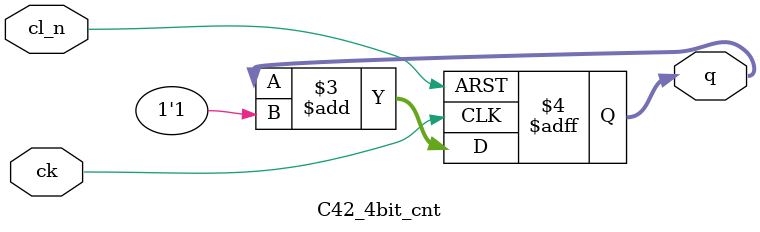
<source format=v>
module C42_4bit_cnt
(
	input ck,
	input cl_n,
	output reg [3:0] q
);

always @(posedge ck or negedge cl_n)begin
	if(!cl_n) begin
		q <= 0;
	end
	else begin
		q <= q + 1'b1;
	end
end

endmodule
</source>
